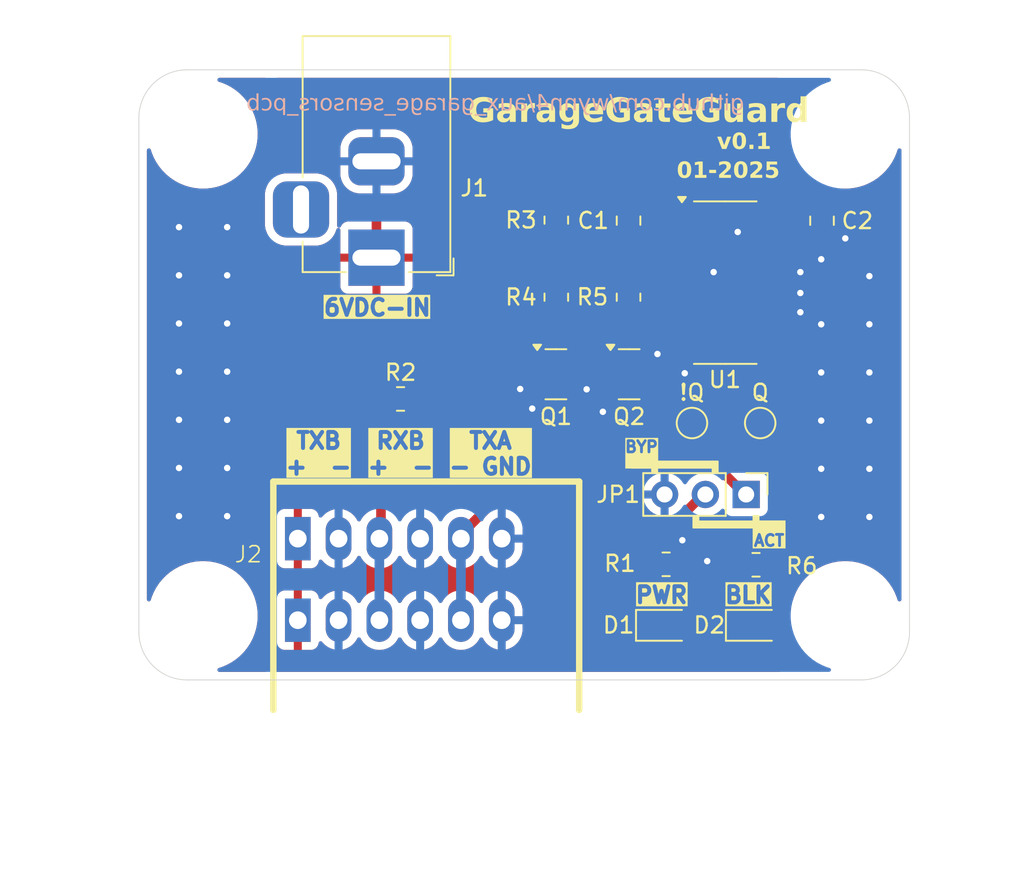
<source format=kicad_pcb>
(kicad_pcb (version 20240108) (generator "pcbnew") (generator_version "8.0")
  (title_block (title "Aux Garage Door Sensors PCB") (date "2025-01-22") (rev "v0.1") (comment 4 "Author: Jesse Wynn"))
  (layers (0 "F.Cu" signal) (31 "B.Cu" signal) (34 "B.Paste" user) (35 "F.Paste" user) (36 "B.SilkS" user "B.Silkscreen") (37 "F.SilkS" user "F.Silkscreen") (38 "B.Mask" user) (39 "F.Mask" user) (44 "Edge.Cuts" user))
  (net 0 "")
  (net 1 "Net-(U1A-Cx1)")
  (net 2 "Net-(U1A-Rx1_Cx1)")
  (net 3 "6VDC")
  (net 4 "GND")
  (net 5 "Net-(D1-K)")
  (net 6 "Net-(D2-K)")
  (net 7 "Net-(Q2-D)")
  (net 9 "Net-(J2-Pin_3)")
  (net 10 "TXA_RETURN")
  (net 11 "Net-(JP1-A)")
  (net 12 "Net-(Q1-G)")
  (net 13 "Net-(Q2-G)")
  (net 14 "Net-(U1A-Q1)")
  (net 15 "Net-(U1A-~{Q1})")
  (footprint "LED_SMD:LED_0805_2012Metric_Pad1.15x1.40mm_HandSolder" (layer "F.Cu") (at 154.425 100.6)
    (property "Reference" "D2" (at -2.895 -0.01 0) (layer "F.SilkS"))
    (property "Value" "LED")
    (fp_line (start -1.86 -0.96) (end -1.86 0.96) (stroke (width 0.12)) (layer "F.SilkS"))
    (fp_line (start -1.86 0.96) (end 1 0.96) (stroke (width 0.12)) (layer "F.SilkS"))
    (fp_line (start 1 -0.96) (end -1.86 -0.96) (stroke (width 0.12)) (layer "F.SilkS"))
    (pad "1" smd roundrect (at -1.025 0) (size 1.15 1.4) (layers "F.Cu" "F.Paste" "F.Mask") (roundrect_rratio 0.217391) (net 6 "Net-(D2-K)"))
    (pad "2" smd roundrect (at 1.025 0) (size 1.15 1.4) (layers "F.Cu" "F.Paste" "F.Mask") (roundrect_rratio 0.217391) (net 3 "6VDC"))
  )
  (footprint "Resistor_SMD:R_0805_2012Metric_Pad1.20x1.40mm_HandSolder" (layer "F.Cu") (at 146.5 80.1625 90)
    (property "Reference" "R5" (at 0.0125 -2.25 0) (layer "F.SilkS"))
    (property "Value" "1K")
    (fp_line (start -0.227064 -0.735) (end 0.227064 -0.735) (stroke (width 0.12)) (layer "F.SilkS"))
    (fp_line (start -0.227064 0.735) (end 0.227064 0.735) (stroke (width 0.12)) (layer "F.SilkS"))
    (pad "1" smd roundrect (at -1 0 90) (size 1.2 1.4) (layers "F.Cu" "F.Paste" "F.Mask") (roundrect_rratio 0.208333) (net 15 "Net-(U1A-~{Q1})"))
    (pad "2" smd roundrect (at 1 0 90) (size 1.2 1.4) (layers "F.Cu" "F.Paste" "F.Mask") (roundrect_rratio 0.208333) (net 13 "Net-(Q2-G)"))
  )
  (footprint "Connector_PinHeader_2.54mm:PinHeader_1x03_P2.54mm_Vertical" (layer "F.Cu") (at 153.825 92.45 -90)
    (property "Reference" "JP1" (at 0 7.975 180) (layer "F.SilkS"))
    (property "Value" "61300311121")
    (fp_line (start -1.33 6.41) (end 1.33 6.41) (stroke (width 0.12)) (layer "F.SilkS"))
    (fp_line (start -1.33 1.27) (end -1.33 6.41) (stroke (width 0.12)) (layer "F.SilkS"))
    (fp_line (start -1.33 1.27) (end 1.33 1.27) (stroke (width 0.12)) (layer "F.SilkS"))
    (fp_line (start 1.33 1.27) (end 1.33 6.41) (stroke (width 0.12)) (layer "F.SilkS"))
    (fp_line (start -1.33 0) (end -1.33 -1.33) (stroke (width 0.12)) (layer "F.SilkS"))
    (fp_line (start -1.33 -1.33) (end 0 -1.33) (stroke (width 0.12)) (layer "F.SilkS"))
    (pad "1" thru_hole rect (at 0 0 270) (size 1.7 1.7) (drill 1) (layers "*.Cu" "*.Mask") (net 11 "Net-(JP1-A)"))
    (pad "2" thru_hole oval (at 0 2.54 270) (size 1.7 1.7) (drill 1) (layers "*.Cu" "*.Mask") (net 10 "TXA_RETURN"))
    (pad "3" thru_hole oval (at 0 5.08 270) (size 1.7 1.7) (drill 1) (layers "*.Cu" "*.Mask") (net 4 "GND"))
  )
  (footprint "custom_footprints:screwless_terminal_block_01x06" (layer "F.Cu") (at 132.25 97.74)
    (property "Reference" "J2" (at -9.43 -1.56 0) (layer "F.SilkS") (effects (font (thickness 0.1))))
    (property "Value" "TBL003-254-06GR-2OR")
    (fp_line (start -7.874 -6.096) (end 11.176 -6.096) (stroke (width 0.4)) (layer "F.SilkS"))
    (fp_line (start -7.874 8.128) (end -7.874 -6.096) (stroke (width 0.4)) (layer "F.SilkS"))
    (fp_line (start 11.176 -6.096) (end 11.176 8.128) (stroke (width 0.4)) (layer "F.SilkS"))
    (pad "1" thru_hole rect (at -6.35 -2.54) (size 1.6 2.7) (drill 1.1) (layers "*.Cu" "*.Mask") (net 3 "6VDC"))
    (pad "1" thru_hole rect (at -6.35 2.54) (size 1.6 2.7) (drill 1.1) (layers "*.Cu" "*.Mask") (net 3 "6VDC"))
    (pad "2" thru_hole oval (at -3.81 -2.54) (size 1.6 2.7) (drill 1.1) (layers "*.Cu" "*.Mask") (net 4 "GND"))
    (pad "2" thru_hole oval (at -3.81 2.54) (size 1.6 2.7) (drill 1.1) (layers "*.Cu" "*.Mask") (net 4 "GND"))
    (pad "3" thru_hole oval (at -1.27 -2.54) (size 1.6 2.7) (drill 1.1) (layers "*.Cu" "*.Mask") (net 9 "Net-(J2-Pin_3)"))
    (pad "3" thru_hole oval (at -1.27 2.54) (size 1.6 2.7) (drill 1.1) (layers "*.Cu" "*.Mask") (net 9 "Net-(J2-Pin_3)"))
    (pad "4" thru_hole oval (at 1.27 -2.54) (size 1.6 2.7) (drill 1.1) (layers "*.Cu" "*.Mask") (net 4 "GND"))
    (pad "4" thru_hole oval (at 1.27 2.54) (size 1.6 2.7) (drill 1.1) (layers "*.Cu" "*.Mask") (net 4 "GND"))
    (pad "5" thru_hole oval (at 3.81 -2.54) (size 1.6 2.7) (drill 1.1) (layers "*.Cu" "*.Mask") (net 10 "TXA_RETURN"))
    (pad "5" thru_hole oval (at 3.81 2.54) (size 1.6 2.7) (drill 1.1) (layers "*.Cu" "*.Mask") (net 10 "TXA_RETURN"))
    (pad "6" thru_hole oval (at 6.35 -2.54) (size 1.6 2.7) (drill 1.1) (layers "*.Cu" "*.Mask") (net 4 "GND"))
    (pad "6" thru_hole oval (at 6.35 2.54) (size 1.6 2.7) (drill 1.1) (layers "*.Cu" "*.Mask") (net 4 "GND"))
  )
  (footprint "Resistor_SMD:R_0805_2012Metric_Pad1.20x1.40mm_HandSolder" (layer "F.Cu") (at 142 80.1625 -90)
    (property "Reference" "R4" (at 0 2.2 180) (layer "F.SilkS"))
    (property "Value" "1K")
    (fp_line (start -0.227064 0.735) (end 0.227064 0.735) (stroke (width 0.12)) (layer "F.SilkS"))
    (fp_line (start -0.227064 -0.735) (end 0.227064 -0.735) (stroke (width 0.12)) (layer "F.SilkS"))
    (pad "1" smd roundrect (at -1 0 270) (size 1.2 1.4) (layers "F.Cu" "F.Paste" "F.Mask") (roundrect_rratio 0.208333) (net 14 "Net-(U1A-Q1)"))
    (pad "2" smd roundrect (at 1 0 270) (size 1.2 1.4) (layers "F.Cu" "F.Paste" "F.Mask") (roundrect_rratio 0.208333) (net 12 "Net-(Q1-G)"))
  )
  (footprint "Capacitor_SMD:C_0805_2012Metric_Pad1.18x1.45mm_HandSolder" (layer "F.Cu") (at 146.5 75.3925 -90)
    (property "Reference" "C1" (at 0 2.2 180) (layer "F.SilkS"))
    (property "Value" "0.1UF")
    (fp_line (start -0.261252 0.735) (end 0.261252 0.735) (stroke (width 0.12)) (layer "F.SilkS"))
    (fp_line (start -0.261252 -0.735) (end 0.261252 -0.735) (stroke (width 0.12)) (layer "F.SilkS"))
    (pad "1" smd roundrect (at -1.0375 0 270) (size 1.175 1.45) (layers "F.Cu" "F.Paste" "F.Mask") (roundrect_rratio 0.212766) (net 1 "Net-(U1A-Cx1)"))
    (pad "2" smd roundrect (at 1.0375 0 270) (size 1.175 1.45) (layers "F.Cu" "F.Paste" "F.Mask") (roundrect_rratio 0.212766) (net 2 "Net-(U1A-Rx1_Cx1)"))
  )
  (footprint "MountingHole:MountingHole_3.2mm_M3" (layer "F.Cu") (at 120 100)
    (property "Reference" "H4" (hide yes))
    (property "Value" "MountingHole")
    (pad "" np_thru_hole circle (at 0 0) (size 3.2 3.2) (drill 3.2) (layers "*.Cu" "*.Mask"))
  )
  (footprint "Resistor_SMD:R_0805_2012Metric_Pad1.20x1.40mm_HandSolder" (layer "F.Cu") (at 154.44 96.83)
    (property "Reference" "R6" (at 2.85 0.07 0) (layer "F.SilkS"))
    (property "Value" "1K")
    (fp_line (start -0.227064 -0.735) (end 0.227064 -0.735) (stroke (width 0.12)) (layer "F.SilkS"))
    (fp_line (start -0.227064 0.735) (end 0.227064 0.735) (stroke (width 0.12)) (layer "F.SilkS"))
    (pad "1" smd roundrect (at -1 0) (size 1.2 1.4) (layers "F.Cu" "F.Paste" "F.Mask") (roundrect_rratio 0.208333) (net 6 "Net-(D2-K)"))
    (pad "2" smd roundrect (at 1 0) (size 1.2 1.4) (layers "F.Cu" "F.Paste" "F.Mask") (roundrect_rratio 0.208333) (net 7 "Net-(Q2-D)"))
  )
  (footprint "Resistor_SMD:R_0805_2012Metric_Pad1.20x1.40mm_HandSolder" (layer "F.Cu") (at 148.84 96.8)
    (property "Reference" "R1" (at -2.88 -0.05 0) (layer "F.SilkS"))
    (property "Value" "1K")
    (fp_line (start -0.227064 -0.735) (end 0.227064 -0.735) (stroke (width 0.12)) (layer "F.SilkS"))
    (fp_line (start -0.227064 0.735) (end 0.227064 0.735) (stroke (width 0.12)) (layer "F.SilkS"))
    (pad "1" smd roundrect (at -1 0) (size 1.2 1.4) (layers "F.Cu" "F.Paste" "F.Mask") (roundrect_rratio 0.208333) (net 5 "Net-(D1-K)"))
    (pad "2" smd roundrect (at 1 0) (size 1.2 1.4) (layers "F.Cu" "F.Paste" "F.Mask") (roundrect_rratio 0.208333) (net 4 "GND"))
  )
  (footprint "Resistor_SMD:R_0805_2012Metric_Pad1.20x1.40mm_HandSolder" (layer "F.Cu") (at 132.3 86.5)
    (property "Reference" "R2" (at 0 -1.65 0) (layer "F.SilkS"))
    (property "Value" "150")
    (fp_line (start -0.227064 -0.735) (end 0.227064 -0.735) (stroke (width 0.12)) (layer "F.SilkS"))
    (fp_line (start -0.227064 0.735) (end 0.227064 0.735) (stroke (width 0.12)) (layer "F.SilkS"))
    (pad "1" smd roundrect (at -1 0) (size 1.2 1.4) (layers "F.Cu" "F.Paste" "F.Mask") (roundrect_rratio 0.208333) (net 9 "Net-(J2-Pin_3)"))
    (pad "2" smd roundrect (at 1 0) (size 1.2 1.4) (layers "F.Cu" "F.Paste" "F.Mask") (roundrect_rratio 0.208333) (net 3 "6VDC"))
  )
  (footprint "MountingHole:MountingHole_3.2mm_M3" (layer "F.Cu") (at 160 70)
    (property "Reference" "H2" (hide yes))
    (property "Value" "MountingHole")
    (pad "" np_thru_hole circle (at 0 0) (size 3.2 3.2) (drill 3.2) (layers "*.Cu" "*.Mask"))
  )
  (footprint "Package_SO:SOIC-16_3.9x9.9mm_P1.27mm" (layer "F.Cu") (at 152.525 79.255)
    (property "Reference" "U1" (at -0.025 6.045 0) (layer "F.SilkS"))
    (property "Value" "CD14538B")
    (fp_line (start 0 -5.06) (end -1.95 -5.06) (stroke (width 0.12)) (layer "F.SilkS"))
    (fp_line (start 0 -5.06) (end 1.95 -5.06) (stroke (width 0.12)) (layer "F.SilkS"))
    (fp_line (start 0 5.06) (end -1.95 5.06) (stroke (width 0.12)) (layer "F.SilkS"))
    (fp_line (start 0 5.06) (end 1.95 5.06) (stroke (width 0.12)) (layer "F.SilkS"))
    (fp_poly (pts (xy -2.7 -5.005) (xy -2.94 -5.335) (xy -2.46 -5.335) (xy -2.7 -5.005)) (stroke (width 0.12)) (fill solid) (layer "F.SilkS"))
    (pad "1" smd roundrect (at -2.475 -4.445) (size 1.95 0.6) (layers "F.Cu" "F.Paste" "F.Mask") (net 1 "Net-(U1A-Cx1)"))
    (pad "2" smd roundrect (at -2.475 -3.175) (size 1.95 0.6) (layers "F.Cu" "F.Paste" "F.Mask") (net 2 "Net-(U1A-Rx1_Cx1)"))
    (pad "3" smd roundrect (at -2.475 -1.905) (size 1.95 0.6) (layers "F.Cu" "F.Paste" "F.Mask") (net 3 "6VDC"))
    (pad "4" smd roundrect (at -2.475 -0.635) (size 1.95 0.6) (layers "F.Cu" "F.Paste" "F.Mask") (net 4 "GND"))
    (pad "5" smd roundrect (at -2.475 0.635) (size 1.95 0.6) (layers "F.Cu" "F.Paste" "F.Mask") (net 9 "Net-(J2-Pin_3)"))
    (pad "6" smd roundrect (at -2.475 1.905) (size 1.95 0.6) (layers "F.Cu" "F.Paste" "F.Mask") (net 14 "Net-(U1A-Q1)"))
    (pad "7" smd roundrect (at -2.475 3.175) (size 1.95 0.6) (layers "F.Cu" "F.Paste" "F.Mask") (net 15 "Net-(U1A-~{Q1})"))
    (pad "8" smd roundrect (at -2.475 4.445) (size 1.95 0.6) (layers "F.Cu" "F.Paste" "F.Mask") (net 4 "GND"))
    (pad "9" smd roundrect (at 2.475 4.445) (size 1.95 0.6) (layers "F.Cu" "F.Paste" "F.Mask"))
    (pad "10" smd roundrect (at 2.475 3.175) (size 1.95 0.6) (layers "F.Cu" "F.Paste" "F.Mask"))
    (pad "11" smd roundrect (at 2.475 1.905) (size 1.95 0.6) (layers "F.Cu" "F.Paste" "F.Mask") (net 4 "GND"))
    (pad "12" smd roundrect (at 2.475 0.635) (size 1.95 0.6) (layers "F.Cu" "F.Paste" "F.Mask") (net 4 "GND"))
    (pad "13" smd roundrect (at 2.475 -0.635) (size 1.95 0.6) (layers "F.Cu" "F.Paste" "F.Mask") (net 4 "GND"))
    (pad "14" smd roundrect (at 2.475 -1.905) (size 1.95 0.6) (layers "F.Cu" "F.Paste" "F.Mask") (net 4 "GND"))
    (pad "15" smd roundrect (at 2.475 -3.175) (size 1.95 0.6) (layers "F.Cu" "F.Paste" "F.Mask") (net 4 "GND"))
    (pad "16" smd roundrect (at 2.475 -4.445) (size 1.95 0.6) (layers "F.Cu" "F.Paste" "F.Mask") (net 3 "6VDC"))
  )
  (footprint "Resistor_SMD:R_0805_2012Metric_Pad1.20x1.40mm_HandSolder" (layer "F.Cu") (at 142 75.3625 90)
    (property "Reference" "R3" (at 0 -2.2 180) (layer "F.SilkS"))
    (property "Value" "100K")
    (fp_line (start -0.227064 -0.735) (end 0.227064 -0.735) (stroke (width 0.12)) (layer "F.SilkS"))
    (fp_line (start -0.227064 0.735) (end 0.227064 0.735) (stroke (width 0.12)) (layer "F.SilkS"))
    (pad "1" smd roundrect (at -1 0 90) (size 1.2 1.4) (layers "F.Cu" "F.Paste" "F.Mask") (roundrect_rratio 0.208333) (net 2 "Net-(U1A-Rx1_Cx1)"))
    (pad "2" smd roundrect (at 1 0 90) (size 1.2 1.4) (layers "F.Cu" "F.Paste" "F.Mask") (roundrect_rratio 0.208333) (net 3 "6VDC"))
  )
  (footprint "TestPoint:TestPoint_Pad_D1.5mm" (layer "F.Cu") (at 150.45 88)
    (property "Reference" "!Q" (at 0 -1.9 0) (layer "F.SilkS"))
    (property "Value" "TestPoint")
    (fp_circle (center 0 0) (end 0 0.95) (stroke (width 0.12)) (fill none) (layer "F.SilkS"))
    (pad "1" smd circle (at 0 0) (size 1.5 1.5) (layers "F.Cu" "F.Mask") (net 15 "Net-(U1A-~{Q1})"))
  )
  (footprint "Connector_BarrelJack:BarrelJack_Horizontal" (layer "F.Cu") (at 130.8 77.7 -90)
    (property "Reference" "J1" (at -4.33 -6.09 0) (layer "F.SilkS"))
    (property "Value" "PJ-102AH")
    (fp_line (start -13.8 4.6) (end -13.8 -4.6) (stroke (width 0.12)) (layer "F.SilkS"))
    (fp_line (start -5 4.6) (end -13.8 4.6) (stroke (width 0.12)) (layer "F.SilkS"))
    (fp_line (start 0.9 4.6) (end -1 4.6) (stroke (width 0.12)) (layer "F.SilkS"))
    (fp_line (start 0.9 1.9) (end 0.9 4.6) (stroke (width 0.12)) (layer "F.SilkS"))
    (fp_line (start 1.1 -3.75) (end 1.1 -4.8) (stroke (width 0.12)) (layer "F.SilkS"))
    (fp_line (start -13.8 -4.6) (end 0.9 -4.6) (stroke (width 0.12)) (layer "F.SilkS"))
    (fp_line (start 0.9 -4.6) (end 0.9 -2) (stroke (width 0.12)) (layer "F.SilkS"))
    (fp_line (start 0.05 -4.8) (end 1.1 -4.8) (stroke (width 0.12)) (layer "F.SilkS"))
    (pad "1" thru_hole rect (at 0 0 270) (size 3.5 3.5) (drill oval 1 3) (layers "*.Cu" "*.Mask") (net 3 "6VDC"))
    (pad "2" thru_hole roundrect (at -6 0 270) (size 3 3.5) (drill oval 1 3) (layers "*.Cu" "*.Mask") (net 4 "GND"))
    (pad "3" thru_hole roundrect (at -3 4.7 270) (size 3.5 3.5) (drill oval 3 1) (layers "*.Cu" "*.Mask"))
  )
  (footprint "MountingHole:MountingHole_3.2mm_M3" (layer "F.Cu") (at 120 70)
    (property "Reference" "H1" (hide yes))
    (property "Value" "MountingHole")
    (pad "" np_thru_hole circle (at 0 0) (size 3.2 3.2) (drill 3.2) (layers "*.Cu" "*.Mask"))
  )
  (footprint "Package_TO_SOT_SMD:SOT-23" (layer "F.Cu") (at 146.5375 84.9625)
    (property "Reference" "Q2" (at 0 2.6375 0) (layer "F.SilkS"))
    (property "Value" "IRLML0040TRPBF")
    (fp_line (start 0 -1.56) (end -0.65 -1.56) (stroke (width 0.12)) (layer "F.SilkS"))
    (fp_line (start 0 -1.56) (end 0.65 -1.56) (stroke (width 0.12)) (layer "F.SilkS"))
    (fp_line (start 0 1.56) (end -0.65 1.56) (stroke (width 0.12)) (layer "F.SilkS"))
    (fp_line (start 0 1.56) (end 0.65 1.56) (stroke (width 0.12)) (layer "F.SilkS"))
    (fp_poly (pts (xy -1.1625 -1.51) (xy -1.4025 -1.84) (xy -0.9225 -1.84) (xy -1.1625 -1.51)) (stroke (width 0.12)) (fill solid) (layer "F.SilkS"))
    (pad "1" smd roundrect (at -0.9375 -0.95) (size 1.475 0.6) (layers "F.Cu" "F.Paste" "F.Mask") (net 13 "Net-(Q2-G)"))
    (pad "2" smd roundrect (at -0.9375 0.95) (size 1.475 0.6) (layers "F.Cu" "F.Paste" "F.Mask") (net 4 "GND"))
    (pad "3" smd roundrect (at 0.9375 0) (size 1.475 0.6) (layers "F.Cu" "F.Paste" "F.Mask") (net 7 "Net-(Q2-D)"))
  )
  (footprint "TestPoint:TestPoint_Pad_D1.5mm" (layer "F.Cu") (at 154.7 88)
    (property "Reference" "Q" (at 0 -1.9 0) (layer "F.SilkS"))
    (property "Value" "TestPoint")
    (fp_circle (center 0 0) (end 0 0.95) (stroke (width 0.12)) (fill none) (layer "F.SilkS"))
    (pad "1" smd circle (at 0 0) (size 1.5 1.5) (layers "F.Cu" "F.Mask") (net 14 "Net-(U1A-Q1)"))
  )
  (footprint "LED_SMD:LED_0805_2012Metric_Pad1.15x1.40mm_HandSolder" (layer "F.Cu") (at 148.825 100.6)
    (property "Reference" "D1" (at -2.945 -0.01 0) (layer "F.SilkS"))
    (property "Value" "LED")
    (fp_line (start -1.86 -0.96) (end -1.86 0.96) (stroke (width 0.12)) (layer "F.SilkS"))
    (fp_line (start -1.86 0.96) (end 1 0.96) (stroke (width 0.12)) (layer "F.SilkS"))
    (fp_line (start 1 -0.96) (end -1.86 -0.96) (stroke (width 0.12)) (layer "F.SilkS"))
    (pad "1" smd roundrect (at -1.025 0) (size 1.15 1.4) (layers "F.Cu" "F.Paste" "F.Mask") (roundrect_rratio 0.217391) (net 5 "Net-(D1-K)"))
    (pad "2" smd roundrect (at 1.025 0) (size 1.15 1.4) (layers "F.Cu" "F.Paste" "F.Mask") (roundrect_rratio 0.217391) (net 3 "6VDC"))
  )
  (footprint "MountingHole:MountingHole_3.2mm_M3" (layer "F.Cu") (at 160 100)
    (property "Reference" "H3" (hide yes))
    (property "Value" "MountingHole")
    (pad "" np_thru_hole circle (at 0 0) (size 3.2 3.2) (drill 3.2) (layers "*.Cu" "*.Mask"))
  )
  (footprint "Package_TO_SOT_SMD:SOT-23" (layer "F.Cu") (at 141.975 84.9625)
    (property "Reference" "Q1" (at 0 2.6375 0) (layer "F.SilkS"))
    (property "Value" "IRLML0040TRPBF")
    (fp_line (start 0 -1.56) (end -0.65 -1.56) (stroke (width 0.12)) (layer "F.SilkS"))
    (fp_line (start 0 -1.56) (end 0.65 -1.56) (stroke (width 0.12)) (layer "F.SilkS"))
    (fp_line (start 0 1.56) (end -0.65 1.56) (stroke (width 0.12)) (layer "F.SilkS"))
    (fp_line (start 0 1.56) (end 0.65 1.56) (stroke (width 0.12)) (layer "F.SilkS"))
    (fp_poly (pts (xy -1.1625 -1.51) (xy -1.4025 -1.84) (xy -0.9225 -1.84) (xy -1.1625 -1.51)) (stroke (width 0.12)) (fill solid) (layer "F.SilkS"))
    (pad "1" smd roundrect (at -0.9375 -0.95) (size 1.475 0.6) (layers "F.Cu" "F.Paste" "F.Mask") (net 12 "Net-(Q1-G)"))
    (pad "2" smd roundrect (at -0.9375 0.95) (size 1.475 0.6) (layers "F.Cu" "F.Paste" "F.Mask") (net 4 "GND"))
    (pad "3" smd roundrect (at 0.9375 0) (size 1.475 0.6) (layers "F.Cu" "F.Paste" "F.Mask") (net 11 "Net-(JP1-A)"))
  )
  (footprint "Capacitor_SMD:C_0805_2012Metric_Pad1.18x1.45mm_HandSolder" (layer "F.Cu") (at 158.55 75.4 -90)
    (property "Reference" "C2" (at 0 -2.2 180) (layer "F.SilkS"))
    (property "Value" "0.1UF")
    (fp_line (start -0.261252 0.735) (end 0.261252 0.735) (stroke (width 0.12)) (layer "F.SilkS"))
    (fp_line (start -0.261252 -0.735) (end 0.261252 -0.735) (stroke (width 0.12)) (layer "F.SilkS"))
    (pad "1" smd roundrect (at -1.0375 0 270) (size 1.175 1.45) (layers "F.Cu" "F.Paste" "F.Mask") (roundrect_rratio 0.212766) (net 3 "6VDC"))
    (pad "2" smd roundrect (at 1.0375 0 270) (size 1.175 1.45) (layers "F.Cu" "F.Paste" "F.Mask") (roundrect_rratio 0.212766) (net 4 "GND"))
  )
  (gr_rect (start 154.275 93.78) (end 154.605 94.51) (stroke (width 0.1)) (fill solid) (layer "F.SilkS"))
  (gr_rect (start 147.96 90.39) (end 148.29 91.12) (stroke (width 0.1)) (fill solid) (layer "F.SilkS"))
  (gr_rect (start 150.53 93.79) (end 150.86 94.52) (stroke (width 0.1)) (fill solid) (layer "F.SilkS"))
  (gr_line (start 146.69 90.59) (end 151.69 90.59) (stroke (width 0.5)) (layer "F.SilkS"))
  (gr_line (start 150.9 94.32) (end 155.9 94.32) (stroke (width 0.5)) (layer "F.SilkS"))
  (gr_rect (start 151.73 90.39) (end 152.06 91.12) (stroke (width 0.1)) (fill solid) (layer "F.SilkS"))
  (gr_line (start 161 66) (end 119 66) (stroke (width 0.05)) (layer "Edge.Cuts"))
  (gr_arc (start 164 101) (mid 163.12132 103.12132) (end 161 104) (stroke (width 0.05)) (layer "Edge.Cuts"))
  (gr_line (start 164 69) (end 164 101) (stroke (width 0.05)) (layer "Edge.Cuts"))
  (gr_arc (start 161 66) (mid 163.12132 66.87868) (end 164 69) (stroke (width 0.05)) (layer "Edge.Cuts"))
  (gr_line (start 116 101) (end 116 69) (stroke (width 0.05)) (layer "Edge.Cuts"))
  (gr_line (start 161 104) (end 119 104) (stroke (width 0.05)) (layer "Edge.Cuts"))
  (gr_arc (start 119 104) (mid 116.87868 103.12132) (end 116 101) (stroke (width 0.05)) (layer "Edge.Cuts"))
  (gr_arc (start 116 69) (mid 116.87868 66.87868) (end 119 66) (stroke (width 0.05)) (layer "Edge.Cuts"))
  (gr_text "github.com/wynn4/aux_garage_sensors_pcb" (at 153.7 68.7 0) (layer "B.SilkS") (effects (font (size 1 1) (thickness 0.1) (italic yes)) (justify left bottom mirror)))
  (gr_text "v0.1" (at 152 71.1 0) (layer "F.SilkS") (effects (font (size 1 1) (thickness 0.2) (bold yes) (italic yes)) (justify left bottom)))
  (gr_text "BLK" (at 153.95 99.3 0) (layer "F.SilkS" knockout) (effects (font (size 1 1) (thickness 0.25) (bold yes)) (justify bottom)))
  (gr_text "RXB\n+  -" (at 132.3 91.3 0) (layer "F.SilkS" knockout) (effects (font (size 1 1) (thickness 0.25) (bold yes)) (justify bottom)))
  (gr_text "PWR" (at 148.55 99.3 0) (layer "F.SilkS" knockout) (effects (font (size 1 1) (thickness 0.25) (bold yes)) (justify bottom)))
  (gr_text "6VDC-IN" (at 130.85 81.4 0) (layer "F.SilkS" knockout) (effects (font (size 1 1) (thickness 0.25) (bold yes)) (justify bottom)))
  (gr_text "BYP\n -" (at 146.19 91.02 0) (layer "F.SilkS" knockout) (effects (font (size 0.7 0.7) (thickness 0.175) (bold yes)) (justify left bottom)))
  (gr_text " -\nACT" (at 154.222936 95.73 0) (layer "F.SilkS" knockout) (effects (font (size 0.7 0.7) (thickness 0.175) (bold yes)) (justify left bottom)))
  (gr_text "TXB\n+  -" (at 127.2 91.3 0) (layer "F.SilkS" knockout) (effects (font (size 1 1) (thickness 0.25) (bold yes)) (justify bottom)))
  (gr_text "01-2025" (at 149.5 72.9 0) (layer "F.SilkS") (effects (font (size 1 1) (thickness 0.2) (bold yes) (italic yes)) (justify left bottom)))
  (gr_text "GarageGateGuard" (at 136.5 69.5 0) (layer "F.SilkS") (effects (font (size 1.5 1.5) (thickness 0.3) (bold yes) (italic yes)) (justify left bottom)))
  (gr_text "TXA\n- GND" (at 137.9 91.3 0) (layer "F.SilkS" knockout) (effects (font (size 1 1) (thickness 0.25) (bold yes)) (justify bottom)))
  (segment (start 149.89 74.65) (end 146.795 74.65) (width 0.3) (layer "F.Cu") (net 1))
  (segment (start 150.05 74.81) (end 149.89 74.65) (width 0.3) (layer "F.Cu") (net 1))
  (segment (start 146.795 74.65) (end 146.5 74.355) (width 0.3) (layer "F.Cu") (net 1))
  (segment (start 146.5 76.43) (end 142.0675 76.43) (width 0.3) (layer "F.Cu") (net 2))
  (segment (start 150.05 76.08) (end 146.85 76.08) (width 0.3) (layer "F.Cu") (net 2))
  (segment (start 142.0675 76.43) (end 142 76.3625) (width 0.3) (layer "F.Cu") (net 2))
  (segment (start 146.85 76.08) (end 146.5 76.43) (width 0.3) (layer "F.Cu") (net 2))
  (segment (start 158.55 74.3625) (end 158.55 74.30625) (width 0.6) (layer "F.Cu") (net 3))
  (segment (start 158.1125 74.8) (end 155.01 74.8) (width 0.6) (layer "F.Cu") (net 3))
  (segment (start 155.01 74.8) (end 155 74.81) (width 0.6) (layer "F.Cu") (net 3))
  (segment (start 150.7 77.35) (end 153.24 74.81) (width 0.3) (layer "F.Cu") (net 3))
  (segment (start 132.6 74.4) (end 131.2 74.4) (width 0.6) (layer "F.Cu") (net 3))
  (segment (start 134.8 72.2) (end 132.6 74.4) (width 0.6) (layer "F.Cu") (net 3))
  (segment (start 158.55 74.3625) (end 158.3125 74.6) (width 0.5) (layer "F.Cu") (net 3))
  (segment (start 156.44375 72.2) (end 134.8 72.2) (width 0.6) (layer "F.Cu") (net 3))
  (segment (start 150.05 77.35) (end 150.7 77.35) (width 0.3) (layer "F.Cu") (net 3))
  (segment (start 131.2 74.4) (end 130.8 74.8) (width 0.6) (layer "F.Cu") (net 3))
  (segment (start 158.55 74.3625) (end 158.55 74.35) (width 0.6) (layer "F.Cu") (net 3))
  (segment (start 158.55 74.30625) (end 156.44375 72.2) (width 0.6) (layer "F.Cu") (net 3))
  (segment (start 158.55 74.3625) (end 158.1125 74.8) (width 0.6) (layer "F.Cu") (net 3))
  (segment (start 130.8 74.8) (end 130.8 77.7) (width 0.6) (layer "F.Cu") (net 3))
  (segment (start 155.733842 74.81) (end 155 74.81) (width 0.5) (layer "F.Cu") (net 3))
  (segment (start 153.24 74.81) (end 155 74.81) (width 0.3) (layer "F.Cu") (net 3))
  (segment (start 155 81.16) (end 157.14 81.16) (width 0.6) (layer "F.Cu") (net 4))
  (segment (start 150.05 84.85) (end 150 84.9) (width 0.6) (layer "F.Cu") (net 4))
  (segment (start 155 78.62) (end 157.18 78.62) (width 0.6) (layer "F.Cu") (net 4))
  (segment (start 157.19 79.89) (end 157.2 79.9) (width 0.6) (layer "F.Cu") (net 4))
  (segment (start 149.85 96.6) (end 149.85 95.3) (width 0.6) (layer "F.Cu") (net 4))
  (segment (start 155 76.08) (end 153.32 76.08) (width 0.6) (layer "F.Cu") (net 4))
  (segment (start 145.425 85.9125) (end 145.425 86.775) (width 0.6) (layer "F.Cu") (net 4))
  (segment (start 140.5 87.1) (end 140.8625 86.7375) (width 0.6) (layer "F.Cu") (net 4))
  (segment (start 157.18 78.62) (end 157.2 78.6) (width 0.6) (layer "F.Cu") (net 4))
  (segment (start 140.8625 86.7375) (end 140.8625 85.9125) (width 0.6) (layer "F.Cu") (net 4))
  (segment (start 157.15 77.35) (end 157.2 77.4) (width 0.6) (layer "F.Cu") (net 4))
  (segment (start 139.7825 85.9125) (end 139.75 85.88) (width 0.6) (layer "F.Cu") (net 4))
  (segment (start 140.8625 85.9125) (end 139.7825 85.9125) (width 0.6) (layer "F.Cu") (net 4))
  (segment (start 143.9025 85.9125) (end 143.89 85.9) (width 0.6) (layer "F.Cu") (net 4))
  (segment (start 159.9375 76.4375) (end 160 76.5) (width 0.6) (layer "F.Cu") (net 4))
  (segment (start 155 77.35) (end 157.15 77.35) (width 0.6) (layer "F.Cu") (net 4))
  (segment (start 149.85 96.6) (end 151.4 96.6) (width 0.6) (layer "F.Cu") (net 4))
  (segment (start 150.05 83.7) (end 148.3 83.7) (width 0.6) (layer "F.Cu") (net 4))
  (segment (start 150.05 78.62) (end 151.78 78.62) (width 0.6) (layer "F.Cu") (net 4))
  (segment (start 155 79.89) (end 157.19 79.89) (width 0.6) (layer "F.Cu") (net 4))
  (segment (start 158.55 76.4375) (end 158.55 77.75) (width 0.6) (layer "F.Cu") (net 4))
  (segment (start 145.425 85.9125) (end 143.9025 85.9125) (width 0.6) (layer "F.Cu") (net 4))
  (segment (start 157.14 81.16) (end 157.2 81.1) (width 0.6) (layer "F.Cu") (net 4))
  (segment (start 150.05 83.7) (end 150.05 84.85) (width 0.6) (layer "F.Cu") (net 4))
  (segment (start 151.78 78.62) (end 151.8 78.6) (width 0.6) (layer "F.Cu") (net 4))
  (segment (start 145.425 86.775) (end 144.9 87.3) (width 0.6) (layer "F.Cu") (net 4))
  (segment (start 153.32 76.08) (end 153.3 76.1) (width 0.6) (layer "F.Cu") (net 4))
  (segment (start 158.55 76.4375) (end 159.9375 76.4375) (width 0.6) (layer "F.Cu") (net 4))
  (segment (start 158.55 77.75) (end 158.5 77.8) (width 0.6) (layer "F.Cu") (net 4))
  (via (at 158.5 90.85) (size 0.8) (drill 0.4) (layers "F.Cu" "B.Cu") (net 4))
  (via (at 121.5 93.8) (size 0.8) (drill 0.4) (layers "F.Cu" "B.Cu") (net 4))
  (via (at 157.2 81.1) (size 0.8) (drill 0.4) (layers "F.Cu" "B.Cu") (net 4))
  (via (at 153.3 76.1) (size 0.8) (drill 0.4) (layers "F.Cu" "B.Cu") (net 4))
  (via (at 143.89 85.9) (size 0.8) (drill 0.4) (layers "F.Cu" "B.Cu") (net 4))
  (via (at 118.5 81.8) (size 0.8) (drill 0.4) (layers "F.Cu" "B.Cu") (net 4))
  (via (at 158.5 77.8) (size 0.8) (drill 0.4) (layers "F.Cu" "B.Cu") (net 4))
  (via (at 118.5 93.8) (size 0.8) (drill 0.4) (layers "F.Cu" "B.Cu") (net 4))
  (via (at 150 84.9) (size 0.8) (drill 0.4) (layers "F.Cu" "B.Cu") (net 4))
  (via (at 151.8 78.6) (size 0.8) (drill 0.4) (layers "F.Cu" "B.Cu") (net 4))
  (via (at 157.2 79.9) (size 0.8) (drill 0.4) (layers "F.Cu" "B.Cu") (net 4))
  (via (at 118.5 75.8) (size 0.8) (drill 0.4) (layers "F.Cu" "B.Cu") (net 4))
  (via (at 121.5 81.8) (size 0.8) (drill 0.4) (layers "F.Cu" "B.Cu") (net 4))
  (via (at 118.5 90.8) (size 0.8) (drill 0.4) (layers "F.Cu" "B.Cu") (net 4))
  (via (at 160 76.5) (size 0.8) (drill 0.4) (layers "F.Cu" "B.Cu") (net 4))
  (via (at 161.5 78.85) (size 0.8) (drill 0.4) (layers "F.Cu" "B.Cu") (net 4))
  (via (at 149.85 95.3) (size 0.8) (drill 0.4) (layers "F.Cu" "B.Cu") (net 4))
  (via (at 140.5 87.1) (size 0.8) (drill 0.4) (layers "F.Cu" "B.Cu") (net 4))
  (via (at 121.5 75.8) (size 0.8) (drill 0.4) (layers "F.Cu" "B.Cu") (net 4))
  (via (at 161.5 93.85) (size 0.8) (drill 0.4) (layers "F.Cu" "B.Cu") (net 4))
  (via (at 118.5 78.8) (size 0.8) (drill 0.4) (layers "F.Cu" "B.Cu") (net 4))
  (via (at 158.5 81.85) (size 0.8) (drill 0.4) (layers "F.Cu" "B.Cu") (net 4))
  (via (at 158.5 84.85) (size 0.8) (drill 0.4) (layers "F.Cu" "B.Cu") (net 4))
  (via (at 161.5 81.85) (size 0.8) (drill 0.4) (layers "F.Cu" "B.Cu") (net 4))
  (via (at 118.5 84.8) (size 0.8) (drill 0.4) (layers "F.Cu" "B.Cu") (net 4))
  (via (at 151.4 96.6) (size 0.8) (drill 0.4) (layers "F.Cu" "B.Cu") (net 4))
  (via (at 157.2 78.6) (size 0.8) (drill 0.4) (layers "F.Cu" "B.Cu") (net 4))
  (via (at 118.5 87.8) (size 0.8) (drill 0.4) (layers "F.Cu" "B.Cu") (net 4))
  (via (at 161.5 90.85) (size 0.8) (drill 0.4) (layers "F.Cu" "B.Cu") (net 4))
  (via (at 158.5 93.85) (size 0.8) (drill 0.4) (layers "F.Cu" "B.Cu") (net 4))
  (via (at 161.5 87.85) (size 0.8) (drill 0.4) (layers "F.Cu" "B.Cu") (net 4))
  (via (at 121.5 78.8) (size 0.8) (drill 0.4) (layers "F.Cu" "B.Cu") (net 4))
  (via (at 139.75 85.88) (size 0.8) (drill 0.4) (layers "F.Cu" "B.Cu") (net 4))
  (via (at 158.5 87.85) (size 0.8) (drill 0.4) (layers "F.Cu" "B.Cu") (net 4))
  (via (at 161.5 84.85) (size 0.8) (drill 0.4) (layers "F.Cu" "B.Cu") (net 4))
  (via (at 144.9 87.3) (size 0.8) (drill 0.4) (layers "F.Cu" "B.Cu") (net 4))
  (via (at 121.5 90.8) (size 0.8) (drill 0.4) (layers "F.Cu" "B.Cu") (net 4))
  (via (at 121.5 87.8) (size 0.8) (drill 0.4) (layers "F.Cu" "B.Cu") (net 4))
  (via (at 121.5 84.8) (size 0.8) (drill 0.4) (layers "F.Cu" "B.Cu") (net 4))
  (via (at 148.3 83.7) (size 0.8) (drill 0.4) (layers "F.Cu" "B.Cu") (net 4))
  (segment (start 147.8 96.65) (end 147.85 96.6) (width 0.5) (layer "F.Cu") (net 5))
  (segment (start 147.8 101) (end 147.8 96.65) (width 0.5) (layer "F.Cu") (net 5))
  (segment (start 153.4 96.65) (end 153.45 96.6) (width 0.5) (layer "F.Cu") (net 6))
  (segment (start 153.4 101) (end 153.4 96.65) (width 0.5) (layer "F.Cu") (net 6))
  (segment (start 147.3 87.85) (end 149.05 89.6) (width 0.5) (layer "F.Cu") (net 7))
  (segment (start 156.6 95.45) (end 155.45 96.6) (width 0.5) (layer "F.Cu") (net 7))
  (segment (start 155.35 89.6) (end 156.6 90.85) (width 0.5) (layer "F.Cu") (net 7))
  (segment (start 147.3 84.9625) (end 147.3 87.85) (width 0.5) (layer "F.Cu") (net 7))
  (segment (start 149.05 89.6) (end 155.35 89.6) (width 0.5) (layer "F.Cu") (net 7))
  (segment (start 156.6 90.85) (end 156.6 95.45) (width 0.5) (layer "F.Cu") (net 7))
  (segment (start 135.95 92.65) (end 139 89.6) (width 0.3) (layer "F.Cu") (net 9))
  (segment (start 148.45 78.4) (end 148.45 79.264999) (width 0.3) (layer "F.Cu") (net 9))
  (segment (start 131.05 95.13) (end 130.98 95.2) (width 0.5) (layer "F.Cu") (net 9))
  (segment (start 130.98 92.65) (end 135.95 92.65) (width 0.3) (layer "F.Cu") (net 9))
  (segment (start 141.1 77.5) (end 147.55 77.5) (width 0.3) (layer "F.Cu") (net 9))
  (segment (start 139 89.6) (end 139 79.6) (width 0.3) (layer "F.Cu") (net 9))
  (segment (start 131.3 86.5) (end 131.05 86.75) (width 0.5) (layer "F.Cu") (net 9))
  (segment (start 131.3 86.5) (end 131.08 86.72) (width 0.6) (layer "F.Cu") (net 9))
  (segment (start 131.08 86.72) (end 131.08 95.1) (width 0.6) (layer "F.Cu") (net 9))
  (segment (start 147.55 77.5) (end 148.45 78.4) (width 0.3) (layer "F.Cu") (net 9))
  (segment (start 131.08 95.1) (end 130.98 95.2) (width 0.6) (layer "F.Cu") (net 9))
  (segment (start 139 79.6) (end 141.1 77.5) (width 0.3) (layer "F.Cu") (net 9))
  (segment (start 148.45 79.264999) (end 149.075001 79.89) (width 0.3) (layer "F.Cu") (net 9))
  (segment (start 130.98 95.2) (end 130.98 92.65) (width 0.3) (layer "F.Cu") (net 9))
  (segment (start 149.075001 79.89) (end 150.05 79.89) (width 0.3) (layer "F.Cu") (net 9))
  (segment (start 130.98 100.28) (end 130.98 95.2) (width 0.6) (layer "B.Cu") (net 9))
  (segment (start 151.15 92.45) (end 149 94.6) (width 0.6) (layer "F.Cu") (net 10))
  (segment (start 149 94.6) (end 145.5 94.6) (width 0.6) (layer "F.Cu") (net 10))
  (segment (start 136.06 94.94) (end 136.06 95.2) (width 0.6) (layer "F.Cu") (net 10))
  (segment (start 143.9 93) (end 138 93) (width 0.6) (layer "F.Cu") (net 10))
  (segment (start 151.285 92.45) (end 151.15 92.45) (width 0.6) (layer "F.Cu") (net 10))
  (segment (start 145.5 94.6) (end 143.9 93) (width 0.6) (layer "F.Cu") (net 10))
  (segment (start 138 93) (end 136.06 94.94) (width 0.6) (layer "F.Cu") (net 10))
  (segment (start 136.06 100.28) (end 136.06 95.2) (width 0.6) (layer "B.Cu") (net 10))
  (segment (start 153.75 92.45) (end 151.9 90.6) (width 0.6) (layer "F.Cu") (net 11))
  (segment (start 153.825 92.45) (end 153.75 92.45) (width 0.6) (layer "F.Cu") (net 11))
  (segment (start 145.3 90.6) (end 142.7375 88.0375) (width 0.6) (layer "F.Cu") (net 11))
  (segment (start 142.7375 88.0375) (end 142.7375 84.9625) (width 0.6) (layer "F.Cu") (net 11))
  (segment (start 151.9 90.6) (end 145.3 90.6) (width 0.6) (layer "F.Cu") (net 11))
  (segment (start 142 81.1625) (end 142 81.95) (width 0.3) (layer "F.Cu") (net 12))
  (segment (start 142 81.95) (end 140.8625 83.0875) (width 0.3) (layer "F.Cu") (net 12))
  (segment (start 140.8625 83.0875) (end 140.8625 84.0125) (width 0.3) (layer "F.Cu") (net 12))
  (segment (start 146.5 79.1625) (end 146.4375 79.1625) (width 0.3) (layer "F.Cu") (net 13))
  (segment (start 145.15 83.7375) (end 145.425 84.0125) (width 0.3) (layer "F.Cu") (net 13))
  (segment (start 146.4375 79.1625) (end 145.15 80.45) (width 0.3) (layer "F.Cu") (net 13))
  (segment (start 145.15 80.45) (end 145.15 83.7375) (width 0.3) (layer "F.Cu") (net 13))
  (segment (start 154.7 88) (end 154.6 88) (width 0.3) (layer "F.Cu") (net 14))
  (segment (start 153.3 82.546869) (end 151.913131 81.16) (width 0.3) (layer "F.Cu") (net 14))
  (segment (start 147.75 78.65) (end 147.2 78.1) (width 0.3) (layer "F.Cu") (net 14))
  (segment (start 151.913131 81.16) (end 150.05 81.16) (width 0.3) (layer "F.Cu") (net 14))
  (segment (start 153.3 86.7) (end 153.3 82.546869) (width 0.3) (layer "F.Cu") (net 14))
  (segment (start 150.05 81.16) (end 148.86 81.16) (width 0.3) (layer "F.Cu") (net 14))
  (segment (start 147.2 78.1) (end 143.2 78.1) (width 0.3) (layer "F.Cu") (net 14))
  (segment (start 148.86 81.16) (end 147.75 80.05) (width 0.3) (layer "F.Cu") (net 14))
  (segment (start 143.2 78.1) (end 142.1375 79.1625) (width 0.3) (layer "F.Cu") (net 14))
  (segment (start 154.6 88) (end 153.3 86.7) (width 0.3) (layer "F.Cu") (net 14))
  (segment (start 147.75 80.05) (end 147.75 78.65) (width 0.3) (layer "F.Cu") (net 14))
  (segment (start 142.1375 79.1625) (end 142 79.1625) (width 0.3) (layer "F.Cu") (net 14))
  (segment (start 147.83 82.43) (end 146.5625 81.1625) (width 0.3) (layer "F.Cu") (net 15))
  (segment (start 152.25 83.1) (end 151.58 82.43) (width 0.3) (layer "F.Cu") (net 15))
  (segment (start 152.25 86.225) (end 152.25 83.1) (width 0.3) (layer "F.Cu") (net 15))
  (segment (start 150.05 82.43) (end 147.83 82.43) (width 0.3) (layer "F.Cu") (net 15))
  (segment (start 150.45 88) (end 150.475 88) (width 0.3) (layer "F.Cu") (net 15))
  (segment (start 150.475 88) (end 152.25 86.225) (width 0.3) (layer "F.Cu") (net 15))
  (segment (start 151.58 82.43) (end 150.05 82.43) (width 0.3) (layer "F.Cu") (net 15))
  (segment (start 146.5625 81.1625) (end 146.5 81.1625) (width 0.3) (layer "F.Cu") (net 15))
  (zone (net 4) (net_name "GND") (layer "F.Cu") (priority 2) (connect_pads (clearance 0.5)) (min_thickness 0.25) (fill yes (thermal_gap 0.5) (thermal_bridge_width 0.5))
    (polygon (pts (xy 114 63) (xy 124 63) (xy 124 108) (xy 114 108)))
  )
  (zone (net 0) (net_name "") (layer "F.Cu") (connect_pads (clearance 0)) (min_thickness 0.25)
    (keepout (tracks allowed) (vias allowed) (pads allowed) (copperpour not_allowed) (footprints allowed))
    (fill (thermal_gap 0.5) (thermal_bridge_width 0.5))
    (polygon (pts (xy 147.2 74) (xy 147.2 78.5) (xy 154 78.5) (xy 154 74)))
  )
  (zone (net 0) (net_name "") (layer "F.Cu") (connect_pads (clearance 0)) (min_thickness 0.25)
    (keepout (tracks allowed) (vias allowed) (pads allowed) (copperpour not_allowed) (footprints allowed))
    (fill (thermal_gap 0.5) (thermal_bridge_width 0.5))
    (polygon (pts (xy 154.5 74) (xy 154.5 78.5) (xy 156.5 78.5) (xy 156.5 74)))
  )
  (zone (net 4) (net_name "GND") (layer "F.Cu") (priority 2) (connect_pads (clearance 0.5)) (min_thickness 0.25) (fill yes (thermal_gap 0.5) (thermal_bridge_width 0.5))
    (polygon (pts (xy 156.5 63) (xy 166 63) (xy 166 108) (xy 156.5 108)))
  )
  (zone (net 3) (net_name "6VDC") (layer "F.Cu") (connect_pads (clearance 0.5)) (min_thickness 0.25) (fill yes (thermal_gap 0.5) (thermal_bridge_width 0.5))
    (polygon (pts (xy 156.5 104) (xy 156.5 94.5) (xy 139 94.5) (xy 139 78.7) (xy 155.9 78.7) (xy 155.9 65.5) (xy 123.5 65.5) (xy 123.5 104)))
  )
  (zone (net 4) (net_name "GND") (layer "B.Cu") (priority 1) (connect_pads (clearance 0.5)) (min_thickness 0.25) (fill yes (thermal_gap 0.5) (thermal_bridge_width 0.5))
    (polygon (pts (xy 115 64) (xy 165 64) (xy 165 107) (xy 115 107)))
  )
)
</source>
